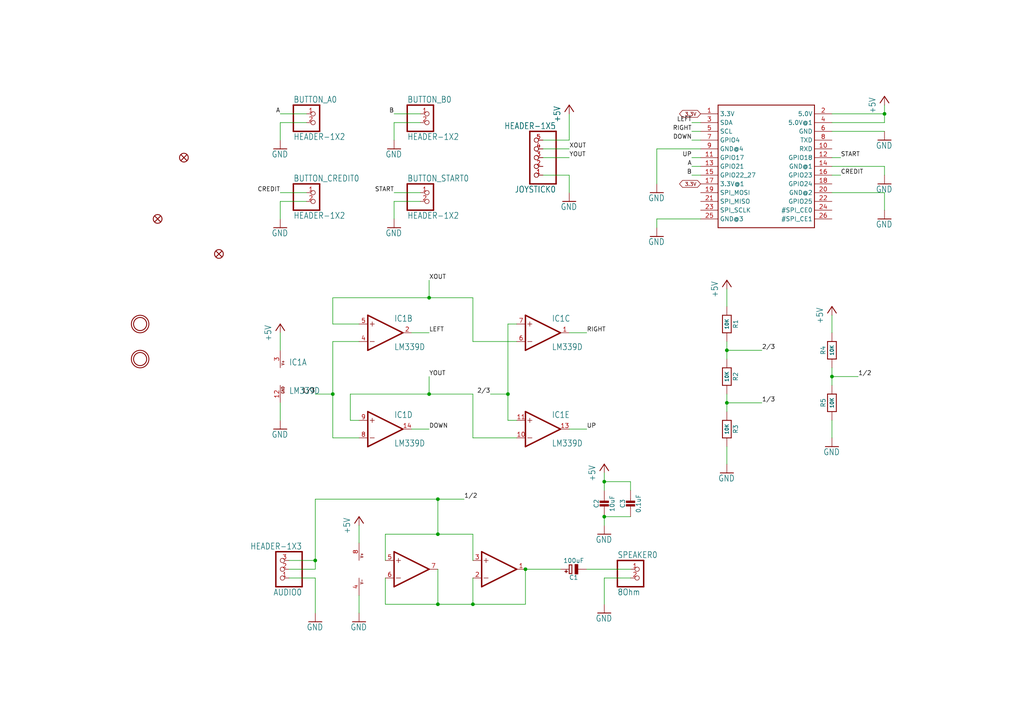
<source format=kicad_sch>
(kicad_sch (version 20211123) (generator eeschema)
  (paper "A4")
  (lib_symbols
    (symbol "eagleSchem-eagle-import:+5V" (power)
      (property "Value" "+5V" (at -2.54 -5.08 90))
      (symbol "+5V_1_0"
        (polyline (pts (xy 0 0) (xy -1.27 -1.905)) (stroke (width 0.254)))
        (polyline (pts (xy 1.27 -1.905) (xy 0 0)) (stroke (width 0.254)))
        (pin power_in line (at 0 -2.54 90) (length 2.54) (name "+5V") (number "1"))
      )
    )
    (symbol "eagleSchem-eagle-import:CAP_CERAMIC0805-NOOUTLINE"
      (property "Reference" "C" (at -2.29 1.25 90))
      (property "Value" "CAP_CERAMIC0805-NOOUTLINE" (at 2.3 1.25 90))
      (symbol "CAP_CERAMIC0805-NOOUTLINE_1_0"
        (rectangle (start -1.27 0.508) (end 1.27 1.016) (fill (type outline)))
        (rectangle (start -1.27 1.524) (end 1.27 2.032) (fill (type outline)))
        (polyline (pts (xy 0 0.762) (xy 0 0)) (stroke (width 0.1524)))
        (polyline (pts (xy 0 2.54) (xy 0 1.778)) (stroke (width 0.1524)))
        (pin passive line (at 0 5.08 270) (length 2.54) (name "1") (number "1"))
        (pin passive line (at 0 -2.54 90) (length 2.54) (name "2") (number "2"))
      )
    )
    (symbol "eagleSchem-eagle-import:CAP_ELECTROLYTICPANASONIC_C"
      (property "Reference" "C" (at -2.39 1.25 90))
      (property "Value" "CAP_ELECTROLYTICPANASONIC_C" (at 2.5 1.25 90))
      (symbol "CAP_ELECTROLYTICPANASONIC_C_1_0"
        (rectangle (start -1.397 0) (end 1.397 0.889) (fill (type outline)))
        (polyline (pts (xy -1.27 1.778) (xy -1.27 2.54)) (stroke (width 0.254)))
        (polyline (pts (xy -1.27 2.54) (xy 1.27 2.54)) (stroke (width 0.254)))
        (polyline (pts (xy -1.016 3.429) (xy -0.254 3.429)) (stroke (width 0.254)))
        (polyline (pts (xy -0.635 3.81) (xy -0.635 3.048)) (stroke (width 0.254)))
        (polyline (pts (xy 1.27 1.778) (xy -1.27 1.778)) (stroke (width 0.254)))
        (polyline (pts (xy 1.27 2.54) (xy 1.27 1.778)) (stroke (width 0.254)))
        (pin passive line (at 0 5.08 270) (length 2.54) (name "+") (number "+"))
        (pin passive line (at 0 -2.54 90) (length 2.54) (name "-") (number "-"))
      )
    )
    (symbol "eagleSchem-eagle-import:FIDUCIAL{dblquote}{dblquote}"
      (symbol "FIDUCIAL{dblquote}{dblquote}_1_0"
        (polyline (pts (xy -0.762 0.762) (xy 0.762 -0.762)) (stroke (width 0.254)))
        (polyline (pts (xy 0.762 0.762) (xy -0.762 -0.762)) (stroke (width 0.254)))
        (circle (center 0 0) (radius 1.27) (stroke (width 0.254)))
      )
    )
    (symbol "eagleSchem-eagle-import:GND" (power)
      (property "Value" "GND" (at -2.54 -2.54 0))
      (symbol "GND_1_0"
        (polyline (pts (xy -1.905 0) (xy 1.905 0)) (stroke (width 0.254)))
        (pin power_in line (at 0 2.54 270) (length 2.54) (name "GND") (number "1"))
      )
    )
    (symbol "eagleSchem-eagle-import:HEADER-1X2"
      (property "Reference" "JP" (at -6.35 5.715 0))
      (property "Value" "HEADER-1X2" (at -6.35 -5.08 0))
      (symbol "HEADER-1X2_1_0"
        (polyline (pts (xy -6.35 -2.54) (xy 1.27 -2.54)) (stroke (width 0.4064)))
        (polyline (pts (xy -6.35 5.08) (xy -6.35 -2.54)) (stroke (width 0.4064)))
        (polyline (pts (xy 1.27 -2.54) (xy 1.27 5.08)) (stroke (width 0.4064)))
        (polyline (pts (xy 1.27 5.08) (xy -6.35 5.08)) (stroke (width 0.4064)))
        (pin passive inverted (at -2.54 2.54 0) (length 2.54) (name "1") (number "1"))
        (pin passive inverted (at -2.54 0 0) (length 2.54) (name "2") (number "2"))
      )
    )
    (symbol "eagleSchem-eagle-import:HEADER-1X3"
      (property "Reference" "JP" (at -6.35 5.715 0))
      (property "Value" "HEADER-1X3" (at -6.35 -7.62 0))
      (symbol "HEADER-1X3_1_0"
        (polyline (pts (xy -6.35 -5.08) (xy 1.27 -5.08)) (stroke (width 0.4064)))
        (polyline (pts (xy -6.35 5.08) (xy -6.35 -5.08)) (stroke (width 0.4064)))
        (polyline (pts (xy 1.27 -5.08) (xy 1.27 5.08)) (stroke (width 0.4064)))
        (polyline (pts (xy 1.27 5.08) (xy -6.35 5.08)) (stroke (width 0.4064)))
        (pin passive inverted (at -2.54 2.54 0) (length 2.54) (name "1") (number "1"))
        (pin passive inverted (at -2.54 0 0) (length 2.54) (name "2") (number "2"))
        (pin passive inverted (at -2.54 -2.54 0) (length 2.54) (name "3") (number "3"))
      )
    )
    (symbol "eagleSchem-eagle-import:HEADER-1X5"
      (property "Reference" "JP" (at -6.35 8.255 0))
      (property "Value" "HEADER-1X5" (at -6.35 -10.16 0))
      (symbol "HEADER-1X5_1_0"
        (polyline (pts (xy -6.35 -7.62) (xy 1.27 -7.62)) (stroke (width 0.4064)))
        (polyline (pts (xy -6.35 7.62) (xy -6.35 -7.62)) (stroke (width 0.4064)))
        (polyline (pts (xy 1.27 -7.62) (xy 1.27 7.62)) (stroke (width 0.4064)))
        (polyline (pts (xy 1.27 7.62) (xy -6.35 7.62)) (stroke (width 0.4064)))
        (pin passive inverted (at -2.54 5.08 0) (length 2.54) (name "1") (number "1"))
        (pin passive inverted (at -2.54 2.54 0) (length 2.54) (name "2") (number "2"))
        (pin passive inverted (at -2.54 0 0) (length 2.54) (name "3") (number "3"))
        (pin passive inverted (at -2.54 -2.54 0) (length 2.54) (name "4") (number "4"))
        (pin passive inverted (at -2.54 -5.08 0) (length 2.54) (name "5") (number "5"))
      )
    )
    (symbol "eagleSchem-eagle-import:LM339D"
      (property "Reference" "IC" (at 2.54 3.175 0))
      (property "Value" "LM339D" (at 2.54 -5.08 0))
      (symbol "LM339D_1_0"
        (text "GND" (at 1.27 -5.08 900) (effects (font (size 0.8128 0.6908)) (justify left bottom)))
        (text "V+" (at 1.27 3.175 900) (effects (font (size 0.8128 0.6908)) (justify left bottom)))
        (pin power_in line (at 0 -7.62 90) (length 5.08) (name "GND") (number "12"))
        (pin power_in line (at 0 7.62 270) (length 5.08) (name "V+") (number "3"))
      )
      (symbol "LM339D_2_0"
        (polyline (pts (xy -5.08 -5.08) (xy 5.08 0)) (stroke (width 0.4064)))
        (polyline (pts (xy -5.08 5.08) (xy -5.08 -5.08)) (stroke (width 0.4064)))
        (polyline (pts (xy -4.445 -2.54) (xy -3.175 -2.54)) (stroke (width 0.1524)))
        (polyline (pts (xy -4.445 2.54) (xy -3.175 2.54)) (stroke (width 0.1524)))
        (polyline (pts (xy -3.81 3.175) (xy -3.81 1.905)) (stroke (width 0.1524)))
        (polyline (pts (xy 5.08 0) (xy -5.08 5.08)) (stroke (width 0.4064)))
        (pin open_collector line (at 7.62 0 180) (length 2.54) (name "OUT") (number "2"))
        (pin input line (at -7.62 -2.54 0) (length 2.54) (name "-IN") (number "4"))
        (pin input line (at -7.62 2.54 0) (length 2.54) (name "+IN") (number "5"))
      )
      (symbol "LM339D_3_0"
        (polyline (pts (xy -5.08 -5.08) (xy 5.08 0)) (stroke (width 0.4064)))
        (polyline (pts (xy -5.08 5.08) (xy -5.08 -5.08)) (stroke (width 0.4064)))
        (polyline (pts (xy -4.445 -2.54) (xy -3.175 -2.54)) (stroke (width 0.1524)))
        (polyline (pts (xy -4.445 2.54) (xy -3.175 2.54)) (stroke (width 0.1524)))
        (polyline (pts (xy -3.81 3.175) (xy -3.81 1.905)) (stroke (width 0.1524)))
        (polyline (pts (xy 5.08 0) (xy -5.08 5.08)) (stroke (width 0.4064)))
        (pin open_collector line (at 7.62 0 180) (length 2.54) (name "OUT") (number "1"))
        (pin input line (at -7.62 -2.54 0) (length 2.54) (name "-IN") (number "6"))
        (pin input line (at -7.62 2.54 0) (length 2.54) (name "+IN") (number "7"))
      )
      (symbol "LM339D_4_0"
        (polyline (pts (xy -5.08 -5.08) (xy 5.08 0)) (stroke (width 0.4064)))
        (polyline (pts (xy -5.08 5.08) (xy -5.08 -5.08)) (stroke (width 0.4064)))
        (polyline (pts (xy -4.445 -2.54) (xy -3.175 -2.54)) (stroke (width 0.1524)))
        (polyline (pts (xy -4.445 2.54) (xy -3.175 2.54)) (stroke (width 0.1524)))
        (polyline (pts (xy -3.81 3.175) (xy -3.81 1.905)) (stroke (width 0.1524)))
        (polyline (pts (xy 5.08 0) (xy -5.08 5.08)) (stroke (width 0.4064)))
        (pin open_collector line (at 7.62 0 180) (length 2.54) (name "OUT") (number "14"))
        (pin input line (at -7.62 -2.54 0) (length 2.54) (name "-IN") (number "8"))
        (pin input line (at -7.62 2.54 0) (length 2.54) (name "+IN") (number "9"))
      )
      (symbol "LM339D_5_0"
        (polyline (pts (xy -5.08 -5.08) (xy 5.08 0)) (stroke (width 0.4064)))
        (polyline (pts (xy -5.08 5.08) (xy -5.08 -5.08)) (stroke (width 0.4064)))
        (polyline (pts (xy -4.445 -2.54) (xy -3.175 -2.54)) (stroke (width 0.1524)))
        (polyline (pts (xy -4.445 2.54) (xy -3.175 2.54)) (stroke (width 0.1524)))
        (polyline (pts (xy -3.81 3.175) (xy -3.81 1.905)) (stroke (width 0.1524)))
        (polyline (pts (xy 5.08 0) (xy -5.08 5.08)) (stroke (width 0.4064)))
        (pin input line (at -7.62 -2.54 0) (length 2.54) (name "-IN") (number "10"))
        (pin input line (at -7.62 2.54 0) (length 2.54) (name "+IN") (number "11"))
        (pin open_collector line (at 7.62 0 180) (length 2.54) (name "OUT") (number "13"))
      )
    )
    (symbol "eagleSchem-eagle-import:MOUNTINGHOLE2.5"
      (symbol "MOUNTINGHOLE2.5_1_0"
        (circle (center 0 0) (radius 1.905) (stroke (width 0.254)))
        (circle (center 0 0) (radius 2.54) (stroke (width 0.254)))
      )
    )
    (symbol "eagleSchem-eagle-import:RASBERRYPI_IDC"
      (symbol "RASBERRYPI_IDC_1_0"
        (polyline (pts (xy -12.7 -17.78) (xy -12.7 17.78)) (stroke (width 0.254)))
        (polyline (pts (xy -12.7 17.78) (xy 15.24 17.78)) (stroke (width 0.254)))
        (polyline (pts (xy 15.24 -17.78) (xy -12.7 -17.78)) (stroke (width 0.254)))
        (polyline (pts (xy 15.24 17.78) (xy 15.24 -17.78)) (stroke (width 0.254)))
        (pin power_in line (at -17.78 15.24 0) (length 5.08) (name "3.3V") (number "1"))
        (pin input line (at 20.32 5.08 180) (length 5.08) (name "RXD") (number "10"))
        (pin bidirectional line (at -17.78 2.54 0) (length 5.08) (name "GPIO17") (number "11"))
        (pin bidirectional line (at 20.32 2.54 180) (length 5.08) (name "GPIO18") (number "12"))
        (pin bidirectional line (at -17.78 0 0) (length 5.08) (name "GPIO21") (number "13"))
        (pin power_in line (at 20.32 0 180) (length 5.08) (name "GND@1") (number "14"))
        (pin bidirectional line (at -17.78 -2.54 0) (length 5.08) (name "GPIO22_27") (number "15"))
        (pin bidirectional line (at 20.32 -2.54 180) (length 5.08) (name "GPIO23") (number "16"))
        (pin power_in line (at -17.78 -5.08 0) (length 5.08) (name "3.3V@1") (number "17"))
        (pin bidirectional line (at 20.32 -5.08 180) (length 5.08) (name "GPIO24") (number "18"))
        (pin bidirectional line (at -17.78 -7.62 0) (length 5.08) (name "SPI_MOSI") (number "19"))
        (pin power_in line (at 20.32 15.24 180) (length 5.08) (name "5.0V") (number "2"))
        (pin power_in line (at 20.32 -7.62 180) (length 5.08) (name "GND@2") (number "20"))
        (pin input line (at -17.78 -10.16 0) (length 5.08) (name "SPI_MISO") (number "21"))
        (pin bidirectional line (at 20.32 -10.16 180) (length 5.08) (name "GPIO25") (number "22"))
        (pin bidirectional line (at -17.78 -12.7 0) (length 5.08) (name "SPI_SCLK") (number "23"))
        (pin bidirectional line (at 20.32 -12.7 180) (length 5.08) (name "#SPI_CE0") (number "24"))
        (pin power_in line (at -17.78 -15.24 0) (length 5.08) (name "GND@3") (number "25"))
        (pin bidirectional line (at 20.32 -15.24 180) (length 5.08) (name "#SPI_CE1") (number "26"))
        (pin bidirectional line (at -17.78 12.7 0) (length 5.08) (name "SDA") (number "3"))
        (pin power_in line (at 20.32 12.7 180) (length 5.08) (name "5.0V@1") (number "4"))
        (pin bidirectional line (at -17.78 10.16 0) (length 5.08) (name "SCL") (number "5"))
        (pin power_in line (at 20.32 10.16 180) (length 5.08) (name "GND") (number "6"))
        (pin bidirectional line (at -17.78 7.62 0) (length 5.08) (name "GPIO4") (number "7"))
        (pin output line (at 20.32 7.62 180) (length 5.08) (name "TXD") (number "8"))
        (pin power_in line (at -17.78 5.08 0) (length 5.08) (name "GND@4") (number "9"))
      )
    )
    (symbol "eagleSchem-eagle-import:RESISTOR0805_NOOUTLINE"
      (property "Reference" "R" (at 0 2.54 0))
      (property "Value" "RESISTOR0805_NOOUTLINE" (at 0 0 0))
      (symbol "RESISTOR0805_NOOUTLINE_1_0"
        (polyline (pts (xy -2.54 -1.27) (xy -2.54 1.27)) (stroke (width 0.254)))
        (polyline (pts (xy -2.54 1.27) (xy 2.54 1.27)) (stroke (width 0.254)))
        (polyline (pts (xy 2.54 -1.27) (xy -2.54 -1.27)) (stroke (width 0.254)))
        (polyline (pts (xy 2.54 1.27) (xy 2.54 -1.27)) (stroke (width 0.254)))
        (pin passive line (at -5.08 0 0) (length 2.54) (name "1") (number "1"))
        (pin passive line (at 5.08 0 180) (length 2.54) (name "2") (number "2"))
      )
    )
    (symbol "eagleSchem-eagle-import:TL072D"
      (symbol "TL072D_1_0"
        (polyline (pts (xy -5.08 -5.08) (xy 5.08 0)) (stroke (width 0.4064)))
        (polyline (pts (xy -5.08 5.08) (xy -5.08 -5.08)) (stroke (width 0.4064)))
        (polyline (pts (xy -4.445 -2.54) (xy -3.175 -2.54)) (stroke (width 0.1524)))
        (polyline (pts (xy -4.445 2.54) (xy -3.175 2.54)) (stroke (width 0.1524)))
        (polyline (pts (xy -3.81 3.175) (xy -3.81 1.905)) (stroke (width 0.1524)))
        (polyline (pts (xy 5.08 0) (xy -5.08 5.08)) (stroke (width 0.4064)))
        (pin output line (at 7.62 0 180) (length 2.54) (name "OUT") (number "1"))
        (pin input line (at -7.62 -2.54 0) (length 2.54) (name "-IN") (number "2"))
        (pin input line (at -7.62 2.54 0) (length 2.54) (name "+IN") (number "3"))
      )
      (symbol "TL072D_2_0"
        (polyline (pts (xy -5.08 -5.08) (xy 5.08 0)) (stroke (width 0.4064)))
        (polyline (pts (xy -5.08 5.08) (xy -5.08 -5.08)) (stroke (width 0.4064)))
        (polyline (pts (xy -4.445 -2.54) (xy -3.175 -2.54)) (stroke (width 0.1524)))
        (polyline (pts (xy -4.445 2.54) (xy -3.175 2.54)) (stroke (width 0.1524)))
        (polyline (pts (xy -3.81 3.175) (xy -3.81 1.905)) (stroke (width 0.1524)))
        (polyline (pts (xy 5.08 0) (xy -5.08 5.08)) (stroke (width 0.4064)))
        (pin input line (at -7.62 2.54 0) (length 2.54) (name "+IN") (number "5"))
        (pin input line (at -7.62 -2.54 0) (length 2.54) (name "-IN") (number "6"))
        (pin output line (at 7.62 0 180) (length 2.54) (name "OUT") (number "7"))
      )
      (symbol "TL072D_3_0"
        (text "V+" (at 1.27 3.175 900) (effects (font (size 0.8128 0.6908)) (justify left bottom)))
        (text "V-" (at 1.27 -4.445 900) (effects (font (size 0.8128 0.6908)) (justify left bottom)))
        (pin power_in line (at 0 -7.62 90) (length 5.08) (name "V-") (number "4"))
        (pin power_in line (at 0 7.62 270) (length 5.08) (name "V+") (number "8"))
      )
    )
  )
  (junction (at 147.32 114.3))
  (junction (at 124.46 86.36))
  (junction (at 210.82 116.84))
  (junction (at 175.26 139.7))
  (junction (at 152.4 165.1))
  (junction (at 175.26 149.86))
  (junction (at 127 144.78))
  (junction (at 256.54 33.02))
  (junction (at 137.16 175.26))
  (junction (at 210.82 101.6))
  (junction (at 91.44 162.56))
  (junction (at 124.46 114.3))
  (junction (at 96.52 114.3))
  (junction (at 241.3 109.22))
  (junction (at 127 154.94))
  (junction (at 127 175.26))
  (wire (pts (xy 137.16 154.94) (xy 137.16 162.56)))
  (wire (pts (xy 104.14 152.4) (xy 104.14 157.48)))
  (wire (pts (xy 182.88 149.86) (xy 175.26 149.86)))
  (wire (pts (xy 157.48 43.18) (xy 165.1 43.18)))
  (wire (pts (xy 241.3 55.88) (xy 256.54 55.88)))
  (wire (pts (xy 241.3 109.22) (xy 241.3 111.76)))
  (wire (pts (xy 96.52 99.06) (xy 96.52 114.3)))
  (wire (pts (xy 124.46 109.22) (xy 124.46 114.3)))
  (wire (pts (xy 256.54 33.02) (xy 256.54 30.48)))
  (wire (pts (xy 127 175.26) (xy 137.16 175.26)))
  (wire (pts (xy 127 165.1) (xy 127 175.26)))
  (wire (pts (xy 81.28 116.84) (xy 81.28 121.92)))
  (wire (pts (xy 81.28 96.52) (xy 81.28 101.6)))
  (wire (pts (xy 210.82 83.82) (xy 210.82 88.9)))
  (wire (pts (xy 182.88 167.64) (xy 175.26 167.64)))
  (wire (pts (xy 203.2 38.1) (xy 200.66 38.1)))
  (wire (pts (xy 127 175.26) (xy 111.76 175.26)))
  (wire (pts (xy 137.16 99.06) (xy 149.86 99.06)))
  (wire (pts (xy 256.54 55.88) (xy 256.54 60.96)))
  (wire (pts (xy 241.3 45.72) (xy 243.84 45.72)))
  (wire (pts (xy 203.2 43.18) (xy 190.5 43.18)))
  (wire (pts (xy 175.26 139.7) (xy 175.26 142.24)))
  (wire (pts (xy 83.82 167.64) (xy 91.44 167.64)))
  (wire (pts (xy 114.3 58.42) (xy 114.3 63.5)))
  (wire (pts (xy 165.1 50.8) (xy 165.1 55.88)))
  (wire (pts (xy 111.76 162.56) (xy 111.76 154.94)))
  (wire (pts (xy 256.54 35.56) (xy 256.54 33.02)))
  (wire (pts (xy 203.2 45.72) (xy 200.66 45.72)))
  (wire (pts (xy 137.16 114.3) (xy 137.16 127)))
  (wire (pts (xy 88.9 55.88) (xy 81.28 55.88)))
  (wire (pts (xy 175.26 167.64) (xy 175.26 175.26)))
  (wire (pts (xy 96.52 114.3) (xy 96.52 127)))
  (wire (pts (xy 175.26 137.16) (xy 175.26 139.7)))
  (wire (pts (xy 91.44 162.56) (xy 91.44 165.1)))
  (wire (pts (xy 190.5 43.18) (xy 190.5 53.34)))
  (wire (pts (xy 91.44 144.78) (xy 91.44 162.56)))
  (wire (pts (xy 147.32 121.92) (xy 149.86 121.92)))
  (wire (pts (xy 88.9 58.42) (xy 81.28 58.42)))
  (wire (pts (xy 83.82 162.56) (xy 91.44 162.56)))
  (wire (pts (xy 96.52 127) (xy 104.14 127)))
  (wire (pts (xy 124.46 86.36) (xy 137.16 86.36)))
  (wire (pts (xy 137.16 175.26) (xy 137.16 167.64)))
  (wire (pts (xy 182.88 139.7) (xy 182.88 142.24)))
  (wire (pts (xy 88.9 35.56) (xy 81.28 35.56)))
  (wire (pts (xy 241.3 35.56) (xy 256.54 35.56)))
  (wire (pts (xy 203.2 40.64) (xy 200.66 40.64)))
  (wire (pts (xy 165.1 124.46) (xy 170.18 124.46)))
  (wire (pts (xy 121.92 35.56) (xy 114.3 35.56)))
  (wire (pts (xy 152.4 175.26) (xy 137.16 175.26)))
  (wire (pts (xy 220.98 116.84) (xy 210.82 116.84)))
  (wire (pts (xy 111.76 154.94) (xy 127 154.94)))
  (wire (pts (xy 210.82 129.54) (xy 210.82 134.62)))
  (wire (pts (xy 157.48 50.8) (xy 165.1 50.8)))
  (wire (pts (xy 114.3 35.56) (xy 114.3 40.64)))
  (wire (pts (xy 241.3 106.68) (xy 241.3 109.22)))
  (wire (pts (xy 104.14 121.92) (xy 101.6 121.92)))
  (wire (pts (xy 241.3 121.92) (xy 241.3 127)))
  (wire (pts (xy 137.16 86.36) (xy 137.16 99.06)))
  (wire (pts (xy 142.24 114.3) (xy 147.32 114.3)))
  (wire (pts (xy 91.44 165.1) (xy 83.82 165.1)))
  (wire (pts (xy 152.4 165.1) (xy 152.4 175.26)))
  (wire (pts (xy 241.3 38.1) (xy 256.54 38.1)))
  (wire (pts (xy 152.4 165.1) (xy 162.56 165.1)))
  (wire (pts (xy 81.28 35.56) (xy 81.28 40.64)))
  (wire (pts (xy 119.38 96.52) (xy 124.46 96.52)))
  (wire (pts (xy 241.3 50.8) (xy 243.84 50.8)))
  (wire (pts (xy 127 154.94) (xy 127 144.78)))
  (wire (pts (xy 104.14 99.06) (xy 96.52 99.06)))
  (wire (pts (xy 203.2 50.8) (xy 200.66 50.8)))
  (wire (pts (xy 203.2 35.56) (xy 200.66 35.56)))
  (wire (pts (xy 220.98 101.6) (xy 210.82 101.6)))
  (wire (pts (xy 104.14 93.98) (xy 96.52 93.98)))
  (wire (pts (xy 170.18 165.1) (xy 182.88 165.1)))
  (wire (pts (xy 104.14 172.72) (xy 104.14 177.8)))
  (wire (pts (xy 175.26 152.4) (xy 175.26 149.86)))
  (wire (pts (xy 127 144.78) (xy 91.44 144.78)))
  (wire (pts (xy 96.52 93.98) (xy 96.52 86.36)))
  (wire (pts (xy 127 154.94) (xy 137.16 154.94)))
  (wire (pts (xy 241.3 33.02) (xy 256.54 33.02)))
  (wire (pts (xy 147.32 114.3) (xy 147.32 121.92)))
  (wire (pts (xy 124.46 81.28) (xy 124.46 86.36)))
  (wire (pts (xy 96.52 86.36) (xy 124.46 86.36)))
  (wire (pts (xy 256.54 48.26) (xy 256.54 50.8)))
  (wire (pts (xy 165.1 96.52) (xy 170.18 96.52)))
  (wire (pts (xy 121.92 58.42) (xy 114.3 58.42)))
  (wire (pts (xy 203.2 63.5) (xy 190.5 63.5)))
  (wire (pts (xy 210.82 116.84) (xy 210.82 119.38)))
  (wire (pts (xy 119.38 124.46) (xy 124.46 124.46)))
  (wire (pts (xy 88.9 33.02) (xy 81.28 33.02)))
  (wire (pts (xy 190.5 63.5) (xy 190.5 66.04)))
  (wire (pts (xy 137.16 127) (xy 149.86 127)))
  (wire (pts (xy 203.2 48.26) (xy 200.66 48.26)))
  (wire (pts (xy 101.6 121.92) (xy 101.6 114.3)))
  (wire (pts (xy 124.46 114.3) (xy 137.16 114.3)))
  (wire (pts (xy 248.92 109.22) (xy 241.3 109.22)))
  (wire (pts (xy 121.92 55.88) (xy 114.3 55.88)))
  (wire (pts (xy 149.86 93.98) (xy 147.32 93.98)))
  (wire (pts (xy 81.28 58.42) (xy 81.28 63.5)))
  (wire (pts (xy 91.44 167.64) (xy 91.44 177.8)))
  (wire (pts (xy 121.92 33.02) (xy 114.3 33.02)))
  (wire (pts (xy 241.3 48.26) (xy 256.54 48.26)))
  (wire (pts (xy 241.3 91.44) (xy 241.3 96.52)))
  (wire (pts (xy 165.1 40.64) (xy 165.1 33.02)))
  (wire (pts (xy 210.82 99.06) (xy 210.82 101.6)))
  (wire (pts (xy 210.82 101.6) (xy 210.82 104.14)))
  (wire (pts (xy 157.48 40.64) (xy 165.1 40.64)))
  (wire (pts (xy 147.32 93.98) (xy 147.32 114.3)))
  (wire (pts (xy 157.48 45.72) (xy 165.1 45.72)))
  (wire (pts (xy 111.76 175.26) (xy 111.76 167.64)))
  (wire (pts (xy 175.26 139.7) (xy 182.88 139.7)))
  (wire (pts (xy 210.82 114.3) (xy 210.82 116.84)))
  (wire (pts (xy 101.6 114.3) (xy 124.46 114.3)))
  (wire (pts (xy 96.52 114.3) (xy 91.44 114.3)))
  (wire (pts (xy 134.62 144.78) (xy 127 144.78)))
  (label "A" (at 200.66 48.26 180) (effects (font (size 1.2446 1.2446))))
  (label "CREDIT" (at 81.28 55.88 180) (effects (font (size 1.2446 1.2446))))
  (label "DOWN" (at 200.66 40.64 180) (effects (font (size 1.2446 1.2446))))
  (label "XOUT" (at 165.1 43.18 0) (effects (font (size 1.2446 1.2446))))
  (label "B" (at 114.3 33.02 180) (effects (font (size 1.2446 1.2446))))
  (label "2/3" (at 142.24 114.3 180) (effects (font (size 1.2446 1.2446))))
  (label "UP" (at 170.18 124.46 0) (effects (font (size 1.2446 1.2446))))
  (label "CREDIT" (at 243.84 50.8 0) (effects (font (size 1.2446 1.2446))))
  (label "2/3" (at 220.98 101.6 0) (effects (font (size 1.2446 1.2446))))
  (label "B" (at 200.66 50.8 180) (effects (font (size 1.2446 1.2446))))
  (label "XOUT" (at 124.46 81.28 0) (effects (font (size 1.2446 1.2446))))
  (label "1/3" (at 220.98 116.84 0) (effects (font (size 1.2446 1.2446))))
  (label "1/2" (at 134.62 144.78 0) (effects (font (size 1.2446 1.2446))))
  (label "UP" (at 200.66 45.72 180) (effects (font (size 1.2446 1.2446))))
  (label "START" (at 114.3 55.88 180) (effects (font (size 1.2446 1.2446))))
  (label "LEFT" (at 124.46 96.52 0) (effects (font (size 1.2446 1.2446))))
  (label "DOWN" (at 124.46 124.46 0) (effects (font (size 1.2446 1.2446))))
  (label "RIGHT" (at 200.66 38.1 180) (effects (font (size 1.2446 1.2446))))
  (label "LEFT" (at 200.66 35.56 180) (effects (font (size 1.2446 1.2446))))
  (label "YOUT" (at 124.46 109.22 0) (effects (font (size 1.2446 1.2446))))
  (label "1/3" (at 91.44 114.3 180) (effects (font (size 1.2446 1.2446))))
  (label "1/2" (at 248.92 109.22 0) (effects (font (size 1.2446 1.2446))))
  (label "A" (at 81.28 33.02 180) (effects (font (size 1.2446 1.2446))))
  (label "RIGHT" (at 170.18 96.52 0) (effects (font (size 1.2446 1.2446))))
  (label "YOUT" (at 165.1 45.72 0) (effects (font (size 1.2446 1.2446))))
  (label "START" (at 243.84 45.72 0) (effects (font (size 1.2446 1.2446))))
  (global_label "3.3V" (shape bidirectional) (at 203.2 53.34 180) (effects (font (size 1.016 1.016))) (property "Intersheet References" "${INTERSHEET_REFS}" (effects hide)))
  (global_label "3.3V" (shape bidirectional) (at 203.2 33.02 180) (effects (font (size 1.016 1.016))) (property "Intersheet References" "${INTERSHEET_REFS}" (effects hide)))
  (symbol (lib_id "eagleSchem-eagle-import:HEADER-1X2") (at 185.42 167.64 0) (unit 1)
    (property "Reference" "SPEAKER0" (at 179.07 161.925 0) (effects (font (size 1.778 1.5113)) (justify left bottom)))
    (property "Value" "8Ohm" (at 179.07 172.72 0) (effects (font (size 1.778 1.5113)) (justify left bottom)))
    (property "Footprint" "eagleSchem:1X02_OVAL" (effects hide))
  )
  (symbol (lib_id "eagleSchem-eagle-import:CAP_CERAMIC0805-NOOUTLINE") (at 175.26 147.32 0) (unit 1)
    (property "Reference" "C2" (at 172.97 146.07 90))
    (property "Value" "10uF" (at 177.56 146.07 90))
    (property "Footprint" "eagleSchem:0805-NO" (effects hide))
  )
  (symbol (lib_id "eagleSchem-eagle-import:LM339D") (at 111.76 124.46 0) (unit 4)
    (property "Reference" "IC1" (at 114.3 121.285 0) (effects (font (size 1.778 1.5113)) (justify left bottom)))
    (property "Value" "LM339D" (at 114.3 129.54 0) (effects (font (size 1.778 1.5113)) (justify left bottom)))
    (property "Footprint" "eagleSchem:SO14" (effects hide))
  )
  (symbol (lib_id "eagleSchem-eagle-import:RESISTOR0805_NOOUTLINE") (at 210.82 109.22 270) (unit 1)
    (property "Reference" "R2" (at 213.36 109.22 0))
    (property "Value" "10K" (at 210.82 109.22 0) (effects (font (size 1.016 1.016) bold)))
    (property "Footprint" "eagleSchem:0805-NO" (effects hide))
  )
  (symbol (lib_id "eagleSchem-eagle-import:+5V") (at 241.3 88.9 0) (unit 1)
    (property "Reference" "#P+3" (effects hide))
    (property "Value" "+5V" (at 238.76 93.98 90) (effects (font (size 1.778 1.5113)) (justify left bottom)))
    (property "Footprint" "eagleSchem:" (effects hide))
  )
  (symbol (lib_id "eagleSchem-eagle-import:+5V") (at 165.1 30.48 0) (unit 1)
    (property "Reference" "#P+6" (effects hide))
    (property "Value" "+5V" (at 162.56 35.56 90) (effects (font (size 1.778 1.5113)) (justify left bottom)))
    (property "Footprint" "eagleSchem:" (effects hide))
  )
  (symbol (lib_id "eagleSchem-eagle-import:FIDUCIAL{dblquote}{dblquote}") (at 53.34 45.72 0) (unit 1)
    (property "Reference" "FID1" (effects hide))
    (property "Value" "FIDUCIAL{dblquote}{dblquote}" (effects hide))
    (property "Footprint" "eagleSchem:FIDUCIAL_1MM" (effects hide))
  )
  (symbol (lib_id "eagleSchem-eagle-import:GND") (at 210.82 137.16 0) (unit 1)
    (property "Reference" "#GND1" (effects hide))
    (property "Value" "GND" (at 208.28 139.7 0) (effects (font (size 1.778 1.5113)) (justify left bottom)))
    (property "Footprint" "eagleSchem:" (effects hide))
  )
  (symbol (lib_id "eagleSchem-eagle-import:+5V") (at 104.14 149.86 0) (unit 1)
    (property "Reference" "#P+5" (effects hide))
    (property "Value" "+5V" (at 101.6 154.94 90) (effects (font (size 1.778 1.5113)) (justify left bottom)))
    (property "Footprint" "eagleSchem:" (effects hide))
  )
  (symbol (lib_id "eagleSchem-eagle-import:RESISTOR0805_NOOUTLINE") (at 241.3 116.84 90) (unit 1)
    (property "Reference" "R5" (at 238.76 116.84 0))
    (property "Value" "10K" (at 241.3 116.84 0) (effects (font (size 1.016 1.016) bold)))
    (property "Footprint" "eagleSchem:0805-NO" (effects hide))
  )
  (symbol (lib_id "eagleSchem-eagle-import:GND") (at 114.3 66.04 0) (unit 1)
    (property "Reference" "#GND5" (effects hide))
    (property "Value" "GND" (at 111.76 68.58 0) (effects (font (size 1.778 1.5113)) (justify left bottom)))
    (property "Footprint" "eagleSchem:" (effects hide))
  )
  (symbol (lib_id "eagleSchem-eagle-import:HEADER-1X2") (at 91.44 58.42 0) (unit 1)
    (property "Reference" "BUTTON_CREDIT0" (at 85.09 52.705 0) (effects (font (size 1.778 1.5113)) (justify left bottom)))
    (property "Value" "HEADER-1X2" (at 85.09 63.5 0) (effects (font (size 1.778 1.5113)) (justify left bottom)))
    (property "Footprint" "eagleSchem:1X02_OVAL" (effects hide))
  )
  (symbol (lib_id "eagleSchem-eagle-import:LM339D") (at 81.28 109.22 0) (unit 1)
    (property "Reference" "IC1" (at 83.82 106.045 0) (effects (font (size 1.778 1.5113)) (justify left bottom)))
    (property "Value" "LM339D" (at 83.82 114.3 0) (effects (font (size 1.778 1.5113)) (justify left bottom)))
    (property "Footprint" "eagleSchem:SO14" (effects hide))
  )
  (symbol (lib_id "eagleSchem-eagle-import:GND") (at 165.1 58.42 0) (unit 1)
    (property "Reference" "#GND11" (effects hide))
    (property "Value" "GND" (at 162.56 60.96 0) (effects (font (size 1.778 1.5113)) (justify left bottom)))
    (property "Footprint" "eagleSchem:" (effects hide))
  )
  (symbol (lib_id "eagleSchem-eagle-import:LM339D") (at 111.76 96.52 0) (unit 2)
    (property "Reference" "IC1" (at 114.3 93.345 0) (effects (font (size 1.778 1.5113)) (justify left bottom)))
    (property "Value" "LM339D" (at 114.3 101.6 0) (effects (font (size 1.778 1.5113)) (justify left bottom)))
    (property "Footprint" "eagleSchem:SO14" (effects hide))
  )
  (symbol (lib_id "eagleSchem-eagle-import:GND") (at 114.3 43.18 0) (unit 1)
    (property "Reference" "#GND3" (effects hide))
    (property "Value" "GND" (at 111.76 45.72 0) (effects (font (size 1.778 1.5113)) (justify left bottom)))
    (property "Footprint" "eagleSchem:" (effects hide))
  )
  (symbol (lib_id "eagleSchem-eagle-import:GND") (at 256.54 40.64 0) (unit 1)
    (property "Reference" "#GND7" (effects hide))
    (property "Value" "GND" (at 254 43.18 0) (effects (font (size 1.778 1.5113)) (justify left bottom)))
    (property "Footprint" "eagleSchem:" (effects hide))
  )
  (symbol (lib_id "eagleSchem-eagle-import:GND") (at 256.54 63.5 0) (unit 1)
    (property "Reference" "#GND14" (effects hide))
    (property "Value" "GND" (at 254 66.04 0) (effects (font (size 1.778 1.5113)) (justify left bottom)))
    (property "Footprint" "eagleSchem:" (effects hide))
  )
  (symbol (lib_id "eagleSchem-eagle-import:+5V") (at 81.28 93.98 0) (unit 1)
    (property "Reference" "#P+2" (effects hide))
    (property "Value" "+5V" (at 78.74 99.06 90) (effects (font (size 1.778 1.5113)) (justify left bottom)))
    (property "Footprint" "eagleSchem:" (effects hide))
  )
  (symbol (lib_id "eagleSchem-eagle-import:FIDUCIAL{dblquote}{dblquote}") (at 63.5 73.66 0) (unit 1)
    (property "Reference" "FID2" (effects hide))
    (property "Value" "FIDUCIAL{dblquote}{dblquote}" (effects hide))
    (property "Footprint" "eagleSchem:FIDUCIAL_1MM" (effects hide))
  )
  (symbol (lib_id "eagleSchem-eagle-import:GND") (at 91.44 180.34 0) (unit 1)
    (property "Reference" "#GND12" (effects hide))
    (property "Value" "GND" (at 88.9 182.88 0) (effects (font (size 1.778 1.5113)) (justify left bottom)))
    (property "Footprint" "eagleSchem:" (effects hide))
  )
  (symbol (lib_id "eagleSchem-eagle-import:MOUNTINGHOLE2.5") (at 40.64 104.14 0) (unit 1)
    (property "Reference" "U$3" (effects hide))
    (property "Value" "MOUNTINGHOLE2.5" (effects hide))
    (property "Footprint" "eagleSchem:MOUNTINGHOLE_2.5_PLATED" (effects hide))
  )
  (symbol (lib_id "eagleSchem-eagle-import:GND") (at 104.14 180.34 0) (unit 1)
    (property "Reference" "#GND9" (effects hide))
    (property "Value" "GND" (at 101.6 182.88 0) (effects (font (size 1.778 1.5113)) (justify left bottom)))
    (property "Footprint" "eagleSchem:" (effects hide))
  )
  (symbol (lib_id "eagleSchem-eagle-import:GND") (at 175.26 154.94 0) (unit 1)
    (property "Reference" "#GND17" (effects hide))
    (property "Value" "GND" (at 172.72 157.48 0) (effects (font (size 1.778 1.5113)) (justify left bottom)))
    (property "Footprint" "eagleSchem:" (effects hide))
  )
  (symbol (lib_id "eagleSchem-eagle-import:TL072D") (at 144.78 165.1 0) (unit 1)
    (property "Reference" "IC2" (effects hide))
    (property "Value" "TS922" (effects hide))
    (property "Footprint" "eagleSchem:SO08" (effects hide))
  )
  (symbol (lib_id "eagleSchem-eagle-import:FIDUCIAL{dblquote}{dblquote}") (at 45.72 63.5 0) (unit 1)
    (property "Reference" "FID3" (effects hide))
    (property "Value" "FIDUCIAL{dblquote}{dblquote}" (effects hide))
    (property "Footprint" "eagleSchem:FIDUCIAL_1MM" (effects hide))
  )
  (symbol (lib_id "eagleSchem-eagle-import:GND") (at 81.28 66.04 0) (unit 1)
    (property "Reference" "#GND6" (effects hide))
    (property "Value" "GND" (at 78.74 68.58 0) (effects (font (size 1.778 1.5113)) (justify left bottom)))
    (property "Footprint" "eagleSchem:" (effects hide))
  )
  (symbol (lib_id "eagleSchem-eagle-import:CAP_ELECTROLYTICPANASONIC_C") (at 167.64 165.1 90) (unit 1)
    (property "Reference" "C1" (at 166.39 167.49 90))
    (property "Value" "100uF" (at 166.39 162.6 90))
    (property "Footprint" "eagleSchem:PANASONIC_C" (effects hide))
  )
  (symbol (lib_id "eagleSchem-eagle-import:HEADER-1X2") (at 91.44 35.56 0) (unit 1)
    (property "Reference" "BUTTON_A0" (at 85.09 29.845 0) (effects (font (size 1.778 1.5113)) (justify left bottom)))
    (property "Value" "HEADER-1X2" (at 85.09 40.64 0) (effects (font (size 1.778 1.5113)) (justify left bottom)))
    (property "Footprint" "eagleSchem:1X02_OVAL" (effects hide))
  )
  (symbol (lib_id "eagleSchem-eagle-import:GND") (at 256.54 53.34 0) (unit 1)
    (property "Reference" "#GND13" (effects hide))
    (property "Value" "GND" (at 254 55.88 0) (effects (font (size 1.778 1.5113)) (justify left bottom)))
    (property "Footprint" "eagleSchem:" (effects hide))
  )
  (symbol (lib_id "eagleSchem-eagle-import:RESISTOR0805_NOOUTLINE") (at 210.82 93.98 270) (unit 1)
    (property "Reference" "R1" (at 213.36 93.98 0))
    (property "Value" "10K" (at 210.82 93.98 0) (effects (font (size 1.016 1.016) bold)))
    (property "Footprint" "eagleSchem:0805-NO" (effects hide))
  )
  (symbol (lib_id "eagleSchem-eagle-import:HEADER-1X2") (at 124.46 58.42 0) (unit 1)
    (property "Reference" "BUTTON_START0" (at 118.11 52.705 0) (effects (font (size 1.778 1.5113)) (justify left bottom)))
    (property "Value" "HEADER-1X2" (at 118.11 63.5 0) (effects (font (size 1.778 1.5113)) (justify left bottom)))
    (property "Footprint" "eagleSchem:1X02_OVAL" (effects hide))
  )
  (symbol (lib_id "eagleSchem-eagle-import:HEADER-1X5") (at 154.94 45.72 180) (unit 1)
    (property "Reference" "JOYSTICK0" (at 161.29 53.975 0) (effects (font (size 1.778 1.5113)) (justify left bottom)))
    (property "Value" "HEADER-1X5" (at 161.29 35.56 0) (effects (font (size 1.778 1.5113)) (justify left bottom)))
    (property "Footprint" "eagleSchem:1X05_OVAL" (effects hide))
  )
  (symbol (lib_id "eagleSchem-eagle-import:+5V") (at 210.82 81.28 0) (unit 1)
    (property "Reference" "#P+1" (effects hide))
    (property "Value" "+5V" (at 208.28 86.36 90) (effects (font (size 1.778 1.5113)) (justify left bottom)))
    (property "Footprint" "eagleSchem:" (effects hide))
  )
  (symbol (lib_id "eagleSchem-eagle-import:+5V") (at 175.26 134.62 0) (unit 1)
    (property "Reference" "#P+7" (effects hide))
    (property "Value" "+5V" (at 172.72 139.7 90) (effects (font (size 1.778 1.5113)) (justify left bottom)))
    (property "Footprint" "eagleSchem:" (effects hide))
  )
  (symbol (lib_id "eagleSchem-eagle-import:LM339D") (at 157.48 124.46 0) (unit 5)
    (property "Reference" "IC1" (at 160.02 121.285 0) (effects (font (size 1.778 1.5113)) (justify left bottom)))
    (property "Value" "LM339D" (at 160.02 129.54 0) (effects (font (size 1.778 1.5113)) (justify left bottom)))
    (property "Footprint" "eagleSchem:SO14" (effects hide))
  )
  (symbol (lib_id "eagleSchem-eagle-import:GND") (at 190.5 55.88 0) (unit 1)
    (property "Reference" "#GND15" (effects hide))
    (property "Value" "GND" (at 187.96 58.42 0) (effects (font (size 1.778 1.5113)) (justify left bottom)))
    (property "Footprint" "eagleSchem:" (effects hide))
  )
  (symbol (lib_id "eagleSchem-eagle-import:TL072D") (at 104.14 165.1 0) (unit 3)
    (property "Reference" "IC2" (effects hide))
    (property "Value" "TS922" (effects hide))
    (property "Footprint" "eagleSchem:SO08" (effects hide))
  )
  (symbol (lib_id "eagleSchem-eagle-import:RASBERRYPI_IDC") (at 220.98 48.26 0) (unit 1)
    (property "Reference" "JP1" (effects hide))
    (property "Value" "RASBERRYPI_IDC" (effects hide))
    (property "Footprint" "eagleSchem:RASBERRYPI_IDC" (effects hide))
  )
  (symbol (lib_id "eagleSchem-eagle-import:GND") (at 175.26 177.8 0) (unit 1)
    (property "Reference" "#GND10" (effects hide))
    (property "Value" "GND" (at 172.72 180.34 0) (effects (font (size 1.778 1.5113)) (justify left bottom)))
    (property "Footprint" "eagleSchem:" (effects hide))
  )
  (symbol (lib_id "eagleSchem-eagle-import:+5V") (at 256.54 27.94 0) (unit 1)
    (property "Reference" "#P+4" (effects hide))
    (property "Value" "+5V" (at 254 33.02 90) (effects (font (size 1.778 1.5113)) (justify left bottom)))
    (property "Footprint" "eagleSchem:" (effects hide))
  )
  (symbol (lib_id "eagleSchem-eagle-import:GND") (at 81.28 43.18 0) (unit 1)
    (property "Reference" "#GND4" (effects hide))
    (property "Value" "GND" (at 78.74 45.72 0) (effects (font (size 1.778 1.5113)) (justify left bottom)))
    (property "Footprint" "eagleSchem:" (effects hide))
  )
  (symbol (lib_id "eagleSchem-eagle-import:CAP_CERAMIC0805-NOOUTLINE") (at 182.88 147.32 0) (unit 1)
    (property "Reference" "C3" (at 180.59 146.07 90))
    (property "Value" "0.1uF" (at 185.18 146.07 90))
    (property "Footprint" "eagleSchem:0805-NO" (effects hide))
  )
  (symbol (lib_id "eagleSchem-eagle-import:RESISTOR0805_NOOUTLINE") (at 210.82 124.46 270) (unit 1)
    (property "Reference" "R3" (at 213.36 124.46 0))
    (property "Value" "10K" (at 210.82 124.46 0) (effects (font (size 1.016 1.016) bold)))
    (property "Footprint" "eagleSchem:0805-NO" (effects hide))
  )
  (symbol (lib_id "eagleSchem-eagle-import:HEADER-1X3") (at 81.28 165.1 180) (unit 1)
    (property "Reference" "AUDIO0" (at 87.63 170.815 0) (effects (font (size 1.778 1.5113)) (justify left bottom)))
    (property "Value" "HEADER-1X3" (at 87.63 157.48 0) (effects (font (size 1.778 1.5113)) (justify left bottom)))
    (property "Footprint" "eagleSchem:1X03_OVAL" (effects hide))
  )
  (symbol (lib_id "eagleSchem-eagle-import:HEADER-1X2") (at 124.46 35.56 0) (unit 1)
    (property "Reference" "BUTTON_B0" (at 118.11 29.845 0) (effects (font (size 1.778 1.5113)) (justify left bottom)))
    (property "Value" "HEADER-1X2" (at 118.11 40.64 0) (effects (font (size 1.778 1.5113)) (justify left bottom)))
    (property "Footprint" "eagleSchem:1X02_OVAL" (effects hide))
  )
  (symbol (lib_id "eagleSchem-eagle-import:GND") (at 81.28 124.46 0) (unit 1)
    (property "Reference" "#GND8" (effects hide))
    (property "Value" "GND" (at 78.74 127 0) (effects (font (size 1.778 1.5113)) (justify left bottom)))
    (property "Footprint" "eagleSchem:" (effects hide))
  )
  (symbol (lib_id "eagleSchem-eagle-import:RESISTOR0805_NOOUTLINE") (at 241.3 101.6 90) (unit 1)
    (property "Reference" "R4" (at 238.76 101.6 0))
    (property "Value" "10K" (at 241.3 101.6 0) (effects (font (size 1.016 1.016) bold)))
    (property "Footprint" "eagleSchem:0805-NO" (effects hide))
  )
  (symbol (lib_id "eagleSchem-eagle-import:MOUNTINGHOLE2.5") (at 40.64 93.98 0) (unit 1)
    (property "Reference" "U$2" (effects hide))
    (property "Value" "MOUNTINGHOLE2.5" (effects hide))
    (property "Footprint" "eagleSchem:MOUNTINGHOLE_2.5_PLATED" (effects hide))
  )
  (symbol (lib_id "eagleSchem-eagle-import:LM339D") (at 157.48 96.52 0) (unit 3)
    (property "Reference" "IC1" (at 160.02 93.345 0) (effects (font (size 1.778 1.5113)) (justify left bottom)))
    (property "Value" "LM339D" (at 160.02 101.6 0) (effects (font (size 1.778 1.5113)) (justify left bottom)))
    (property "Footprint" "eagleSchem:SO14" (effects hide))
  )
  (symbol (lib_id "eagleSchem-eagle-import:GND") (at 241.3 129.54 0) (unit 1)
    (property "Reference" "#GND2" (effects hide))
    (property "Value" "GND" (at 238.76 132.08 0) (effects (font (size 1.778 1.5113)) (justify left bottom)))
    (property "Footprint" "eagleSchem:" (effects hide))
  )
  (symbol (lib_id "eagleSchem-eagle-import:TL072D") (at 119.38 165.1 0) (unit 2)
    (property "Reference" "IC2" (effects hide))
    (property "Value" "TS922" (effects hide))
    (property "Footprint" "eagleSchem:SO08" (effects hide))
  )
  (symbol (lib_id "eagleSchem-eagle-import:GND") (at 190.5 68.58 0) (unit 1)
    (property "Reference" "#GND16" (effects hide))
    (property "Value" "GND" (at 187.96 71.12 0) (effects (font (size 1.778 1.5113)) (justify left bottom)))
    (property "Footprint" "eagleSchem:" (effects hide))
  )
)
</source>
